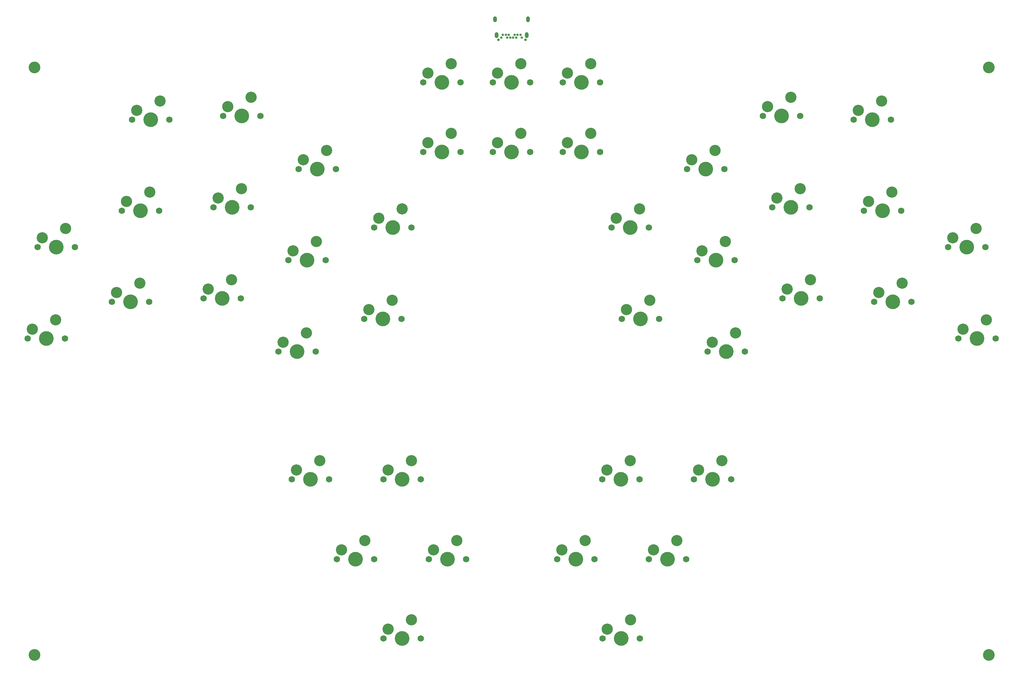
<source format=gbr>
G04 #@! TF.GenerationSoftware,KiCad,Pcbnew,(7.0.0)*
G04 #@! TF.CreationDate,2023-10-12T13:51:26-04:00*
G04 #@! TF.ProjectId,ZBox3-0,5a426f78-332d-4302-9e6b-696361645f70,rev?*
G04 #@! TF.SameCoordinates,Original*
G04 #@! TF.FileFunction,Soldermask,Top*
G04 #@! TF.FilePolarity,Negative*
%FSLAX46Y46*%
G04 Gerber Fmt 4.6, Leading zero omitted, Abs format (unit mm)*
G04 Created by KiCad (PCBNEW (7.0.0)) date 2023-10-12 13:51:26*
%MOMM*%
%LPD*%
G01*
G04 APERTURE LIST*
%ADD10C,3.200000*%
%ADD11C,1.750000*%
%ADD12C,3.050000*%
%ADD13C,4.000000*%
%ADD14C,0.700000*%
%ADD15C,0.650000*%
%ADD16O,1.000000X1.600000*%
G04 APERTURE END LIST*
D10*
X60000000Y-220000000D03*
D11*
X155108000Y-172147000D03*
D12*
X156378000Y-169607000D03*
D13*
X160188000Y-172147000D03*
D12*
X162728000Y-167067000D03*
D11*
X165268000Y-172147000D03*
X142403000Y-193915000D03*
D12*
X143673000Y-191375000D03*
D13*
X147483000Y-193915000D03*
D12*
X150023000Y-188835000D03*
D11*
X152563000Y-193915000D03*
X243356000Y-137339000D03*
D12*
X244626000Y-134799000D03*
D13*
X248436000Y-137339000D03*
D12*
X250976000Y-132259000D03*
D11*
X253516000Y-137339000D03*
X203962000Y-82948000D03*
D12*
X205232000Y-80408000D03*
D13*
X209042000Y-82948000D03*
D12*
X211582000Y-77868000D03*
D11*
X214122000Y-82948000D03*
X83827000Y-98991000D03*
D12*
X85097000Y-96451000D03*
D13*
X88907000Y-98991000D03*
D12*
X91447000Y-93911000D03*
D11*
X93987000Y-98991000D03*
X167403000Y-193915000D03*
D12*
X168673000Y-191375000D03*
D13*
X172483000Y-193915000D03*
D12*
X175023000Y-188835000D03*
D11*
X177563000Y-193915000D03*
X155064000Y-215471000D03*
D12*
X156334000Y-212931000D03*
D13*
X160144000Y-215471000D03*
D12*
X162684000Y-210391000D03*
D11*
X165224000Y-215471000D03*
D10*
X320000000Y-220000000D03*
D11*
X240591000Y-112492000D03*
D12*
X241861000Y-109952000D03*
D13*
X245671000Y-112492000D03*
D12*
X248211000Y-107412000D03*
D11*
X250751000Y-112492000D03*
X239697000Y-172147000D03*
D12*
X240967000Y-169607000D03*
D13*
X244777000Y-172147000D03*
D12*
X247317000Y-167067000D03*
D11*
X249857000Y-172147000D03*
X130108000Y-172147000D03*
D12*
X131378000Y-169607000D03*
D13*
X135188000Y-172147000D03*
D12*
X137728000Y-167067000D03*
D11*
X140268000Y-172147000D03*
X263760000Y-122893000D03*
D12*
X265030000Y-120353000D03*
D13*
X268840000Y-122893000D03*
D12*
X271380000Y-117813000D03*
D11*
X273920000Y-122893000D03*
X60881000Y-108914000D03*
D12*
X62151000Y-106374000D03*
D13*
X65961000Y-108914000D03*
D12*
X68501000Y-103834000D03*
D11*
X71041000Y-108914000D03*
X106045000Y-122893000D03*
D12*
X107315000Y-120353000D03*
D13*
X111125000Y-122893000D03*
D12*
X113665000Y-117813000D03*
D11*
X116205000Y-122893000D03*
D10*
X320000000Y-60000000D03*
X60000000Y-60000000D03*
D11*
X149809000Y-128433000D03*
D12*
X151079000Y-125893000D03*
D13*
X154889000Y-128433000D03*
D12*
X157429000Y-123353000D03*
D11*
X159969000Y-128433000D03*
X308923000Y-108914000D03*
D12*
X310193000Y-106374000D03*
D13*
X314003000Y-108914000D03*
D12*
X316543000Y-103834000D03*
D11*
X319083000Y-108914000D03*
X108810000Y-98047000D03*
D12*
X110080000Y-95507000D03*
D13*
X113890000Y-98047000D03*
D12*
X116430000Y-92967000D03*
D11*
X118970000Y-98047000D03*
X126449000Y-137339000D03*
D12*
X127719000Y-134799000D03*
D13*
X131529000Y-137339000D03*
D12*
X134069000Y-132259000D03*
D11*
X136609000Y-137339000D03*
X184920000Y-64054000D03*
D12*
X186190000Y-61514000D03*
D13*
X190000000Y-64054000D03*
D12*
X192540000Y-58974000D03*
D11*
X195080000Y-64054000D03*
X219996000Y-128433000D03*
D12*
X221266000Y-125893000D03*
D13*
X225076000Y-128433000D03*
D12*
X227616000Y-123353000D03*
D11*
X230156000Y-128433000D03*
X202402000Y-193915000D03*
D12*
X203672000Y-191375000D03*
D13*
X207482000Y-193915000D03*
D12*
X210022000Y-188835000D03*
D11*
X212562000Y-193915000D03*
X214697000Y-172147000D03*
D12*
X215967000Y-169607000D03*
D13*
X219777000Y-172147000D03*
D12*
X222317000Y-167067000D03*
D11*
X224857000Y-172147000D03*
X86591000Y-74145000D03*
D12*
X87861000Y-71605000D03*
D13*
X91671000Y-74145000D03*
D12*
X94211000Y-69065000D03*
D11*
X96751000Y-74145000D03*
X217231000Y-103586000D03*
D12*
X218501000Y-101046000D03*
D13*
X222311000Y-103586000D03*
D12*
X224851000Y-98506000D03*
D11*
X227391000Y-103586000D03*
X129214000Y-112492000D03*
D12*
X130484000Y-109952000D03*
D13*
X134294000Y-112492000D03*
D12*
X136834000Y-107412000D03*
D11*
X139374000Y-112492000D03*
X258434000Y-73200000D03*
D12*
X259704000Y-70660000D03*
D13*
X263514000Y-73200000D03*
D12*
X266054000Y-68120000D03*
D11*
X268594000Y-73200000D03*
X131978000Y-87645000D03*
D12*
X133248000Y-85105000D03*
D13*
X137058000Y-87645000D03*
D12*
X139598000Y-82565000D03*
D11*
X142138000Y-87645000D03*
X227402000Y-193915000D03*
D12*
X228672000Y-191375000D03*
D13*
X232482000Y-193915000D03*
D12*
X235022000Y-188835000D03*
D11*
X237562000Y-193915000D03*
X285977000Y-98991000D03*
D12*
X287247000Y-96451000D03*
D13*
X291057000Y-98991000D03*
D12*
X293597000Y-93911000D03*
D11*
X296137000Y-98991000D03*
X111370000Y-73200000D03*
D12*
X112640000Y-70660000D03*
D13*
X116450000Y-73200000D03*
D12*
X118990000Y-68120000D03*
D11*
X121530000Y-73200000D03*
X184920000Y-82948000D03*
D12*
X186190000Y-80408000D03*
D13*
X190000000Y-82948000D03*
D12*
X192540000Y-77868000D03*
D11*
X195080000Y-82948000D03*
X311688000Y-133761000D03*
D12*
X312958000Y-131221000D03*
D13*
X316768000Y-133761000D03*
D12*
X319308000Y-128681000D03*
D11*
X321848000Y-133761000D03*
X203962000Y-64054000D03*
D12*
X205232000Y-61514000D03*
D13*
X209042000Y-64054000D03*
D12*
X211582000Y-58974000D03*
D11*
X214122000Y-64054000D03*
X165879000Y-64054000D03*
D12*
X167149000Y-61514000D03*
D13*
X170959000Y-64054000D03*
D12*
X173499000Y-58974000D03*
D11*
X176039000Y-64054000D03*
X214740000Y-215471000D03*
D12*
X216010000Y-212931000D03*
D13*
X219820000Y-215471000D03*
D12*
X222360000Y-210391000D03*
D11*
X224900000Y-215471000D03*
X237827000Y-87645000D03*
D12*
X239097000Y-85105000D03*
D13*
X242907000Y-87645000D03*
D12*
X245447000Y-82565000D03*
D11*
X247987000Y-87645000D03*
X58116000Y-133761000D03*
D12*
X59386000Y-131221000D03*
D13*
X63196000Y-133761000D03*
D12*
X65736000Y-128681000D03*
D11*
X68276000Y-133761000D03*
X283213000Y-74145000D03*
D12*
X284483000Y-71605000D03*
D13*
X288293000Y-74145000D03*
D12*
X290833000Y-69065000D03*
D11*
X293373000Y-74145000D03*
X152574000Y-103586000D03*
D12*
X153844000Y-101046000D03*
D13*
X157654000Y-103586000D03*
D12*
X160194000Y-98506000D03*
D11*
X162734000Y-103586000D03*
X260995000Y-98047000D03*
D12*
X262265000Y-95507000D03*
D13*
X266075000Y-98047000D03*
D12*
X268615000Y-92967000D03*
D11*
X271155000Y-98047000D03*
X288742000Y-123838000D03*
D12*
X290012000Y-121298000D03*
D13*
X293822000Y-123838000D03*
D12*
X296362000Y-118758000D03*
D11*
X298902000Y-123838000D03*
X81062000Y-123838000D03*
D12*
X82332000Y-121298000D03*
D13*
X86142000Y-123838000D03*
D12*
X88682000Y-118758000D03*
D11*
X91222000Y-123838000D03*
X165879000Y-82948000D03*
D12*
X167149000Y-80408000D03*
D13*
X170959000Y-82948000D03*
D12*
X173499000Y-77868000D03*
D11*
X176039000Y-82948000D03*
D14*
X186400000Y-52440000D03*
X193750000Y-52440000D03*
D15*
X192800000Y-51790000D03*
X192400000Y-51090000D03*
X191600000Y-51090000D03*
X191200000Y-51790000D03*
X190800000Y-51090000D03*
X190400000Y-51790000D03*
X189600000Y-51790000D03*
X189200000Y-51090000D03*
X188800000Y-51790000D03*
X188400000Y-51090000D03*
X187600000Y-51090000D03*
X187200000Y-51790000D03*
D16*
X185509999Y-46799999D03*
X185869999Y-51189999D03*
X194129999Y-51189999D03*
X194489999Y-46799999D03*
M02*

</source>
